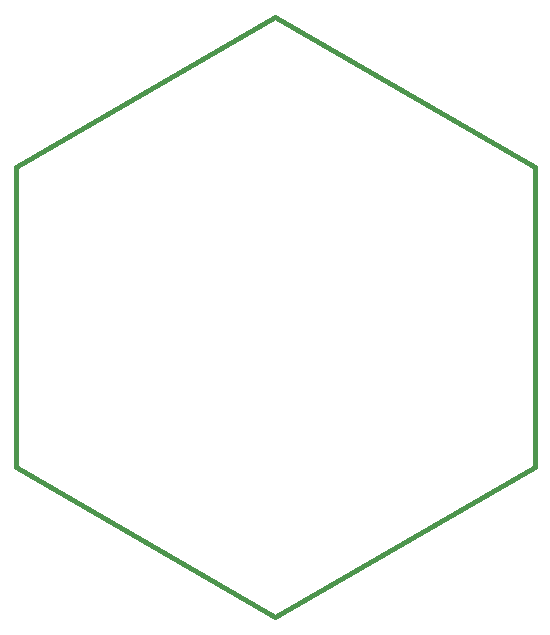
<source format=gbr>
G04 #@! TF.GenerationSoftware,KiCad,Pcbnew,(5.99.0-8045-ga69a4be853)*
G04 #@! TF.CreationDate,2021-01-01T20:51:05-08:00*
G04 #@! TF.ProjectId,gtb-6layer-no-mask,6774622d-366c-4617-9965-722d6e6f2d6d,rev?*
G04 #@! TF.SameCoordinates,Original*
G04 #@! TF.FileFunction,Profile,NP*
%FSLAX46Y46*%
G04 Gerber Fmt 4.6, Leading zero omitted, Abs format (unit mm)*
G04 Created by KiCad (PCBNEW (5.99.0-8045-ga69a4be853)) date 2021-01-01 20:51:05*
%MOMM*%
%LPD*%
G01*
G04 APERTURE LIST*
G04 #@! TA.AperFunction,Profile*
%ADD10C,0.406400*%
G04 #@! TD*
G04 APERTURE END LIST*
D10*
X178463583Y-81709260D02*
X178463583Y-107109256D01*
X134469497Y-107109260D02*
X134469497Y-81709264D01*
X156466540Y-69009264D02*
X178463580Y-81709260D01*
X134469497Y-81709264D02*
X156466540Y-69009264D01*
X156466540Y-119809256D02*
X134469500Y-107109260D01*
X178463583Y-107109256D02*
X156466540Y-119809256D01*
M02*

</source>
